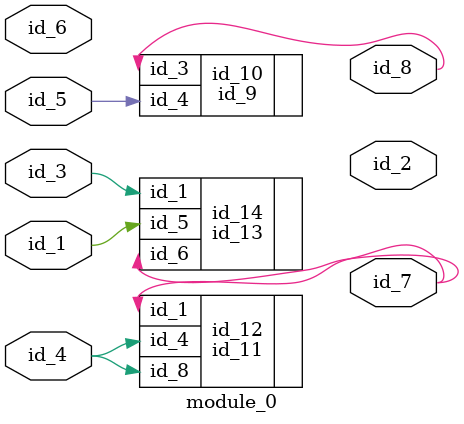
<source format=v>
module module_0 (
    id_1,
    id_2,
    id_3,
    id_4,
    id_5,
    id_6,
    id_7,
    id_8
);
  output id_8;
  output id_7;
  input id_6;
  input id_5;
  input id_4;
  input id_3;
  output id_2;
  input id_1;
  id_9 id_10 (
      .id_3(id_8),
      .id_4(id_5)
  );
  id_11 id_12 (
      .id_1(id_7),
      .id_4(id_4),
      .id_8(id_4)
  );
  id_13 id_14 (
      .id_1(id_3),
      .id_6(id_7),
      .id_5(id_1)
  );
endmodule

</source>
